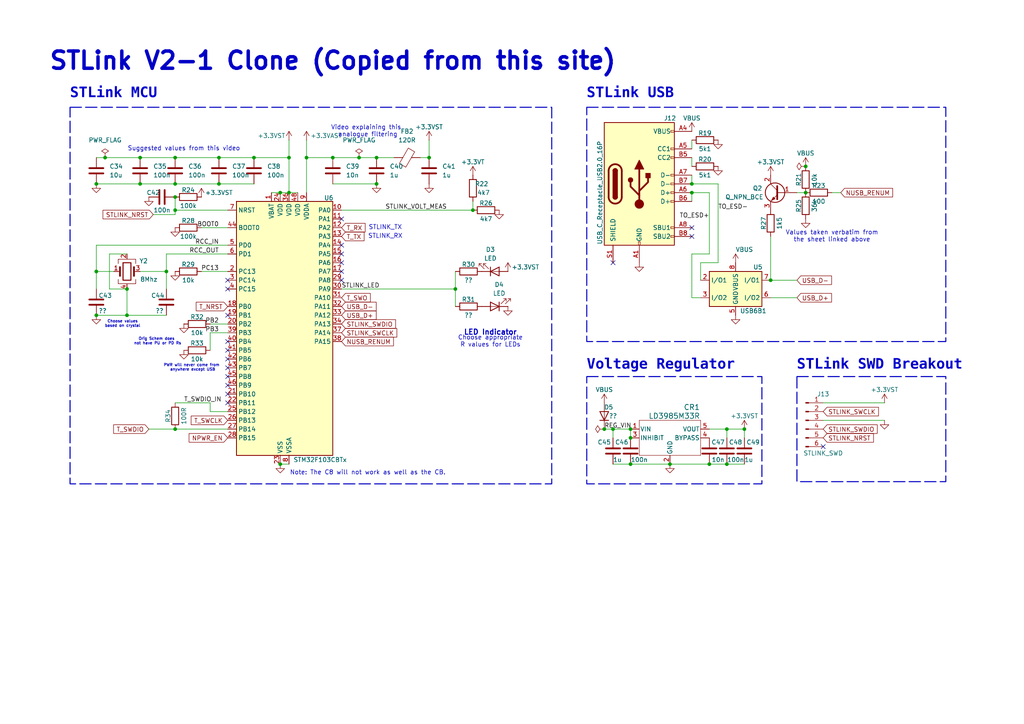
<source format=kicad_sch>
(kicad_sch (version 20231120) (generator "eeschema") (generator_version "8.0")
  (paper "A4")
  (title_block (title "STLink V2-1 Clone") (date "2024-07-12") (rev "0.1") (company "TRT"))
  (lib_symbols
    (symbol "2024-07-13_00-21-46:LD3985M33R" (pin_names (offset 0.254))
      (property "Reference" "CR" (at 14.732 11.176 0))
      (property "Value" "LD3985M33R" (at 16.764 -1.524 0))
      (symbol "LD3985M33R_0_1"
        (polyline (pts (xy 0 0) (xy 17.78 0)) (stroke (width 0.127)))
        (polyline (pts (xy 0 10.16) (xy 0 0)) (stroke (width 0.127)))
        (polyline (pts (xy 17.78 0) (xy 17.78 10.16)) (stroke (width 0.127)))
        (polyline (pts (xy 17.78 10.16) (xy 0 10.16)) (stroke (width 0.127)))
        (pin power_in line (at -2.54 7.62 0) (length 2.54) (name "VIN") (number "1"))
        (pin power_out line (at 8.89 -2.54 90) (length 2.54) (name "GND") (number "2"))
        (pin input line (at -2.54 5.08 0) (length 2.54) (name "INHIBIT") (number "3"))
      )
      (symbol "LD3985M33R_1_1"
        (pin passive line (at 20.32 5.08 180) (length 2.54) (name "BYPASS") (number "4"))
        (pin power_in line (at 20.32 7.62 180) (length 2.54) (name "VOUT") (number "5"))
      )
    )
    (symbol "Connector:Conn_01x06_Pin" (pin_names (offset 1.016) hide)
      (property "Reference" "J" (at 0 7.62 0))
      (property "Value" "Conn_01x06_Pin" (at 0 -10.16 0))
      (symbol "Conn_01x06_Pin_1_1"
        (polyline (pts (xy 1.27 -7.62) (xy 0.8636 -7.62)) (stroke (width 0.1524)))
        (polyline (pts (xy 1.27 -5.08) (xy 0.8636 -5.08)) (stroke (width 0.1524)))
        (polyline (pts (xy 1.27 -2.54) (xy 0.8636 -2.54)) (stroke (width 0.1524)))
        (polyline (pts (xy 1.27 0) (xy 0.8636 0)) (stroke (width 0.1524)))
        (polyline (pts (xy 1.27 2.54) (xy 0.8636 2.54)) (stroke (width 0.1524)))
        (polyline (pts (xy 1.27 5.08) (xy 0.8636 5.08)) (stroke (width 0.1524)))
        (rectangle (start 0.8636 -7.493) (end 0 -7.747) (stroke (width 0.1524)) (fill (type outline)))
        (rectangle (start 0.8636 -4.953) (end 0 -5.207) (stroke (width 0.1524)) (fill (type outline)))
        (rectangle (start 0.8636 -2.413) (end 0 -2.667) (stroke (width 0.1524)) (fill (type outline)))
        (rectangle (start 0.8636 0.127) (end 0 -0.127) (stroke (width 0.1524)) (fill (type outline)))
        (rectangle (start 0.8636 2.667) (end 0 2.413) (stroke (width 0.1524)) (fill (type outline)))
        (rectangle (start 0.8636 5.207) (end 0 4.953) (stroke (width 0.1524)) (fill (type outline)))
        (pin passive line (at 5.08 5.08 180) (length 3.81) (name "Pin_1") (number "1"))
        (pin passive line (at 5.08 2.54 180) (length 3.81) (name "Pin_2") (number "2"))
        (pin passive line (at 5.08 0 180) (length 3.81) (name "Pin_3") (number "3"))
        (pin passive line (at 5.08 -2.54 180) (length 3.81) (name "Pin_4") (number "4"))
        (pin passive line (at 5.08 -5.08 180) (length 3.81) (name "Pin_5") (number "5"))
        (pin passive line (at 5.08 -7.62 180) (length 3.81) (name "Pin_6") (number "6"))
      )
    )
    (symbol "Connector:USB_C_Receptacle_USB2.0_16P" (pin_names (offset 1.016))
      (property "Reference" "J" (at 0 22.225 0))
      (property "Value" "USB_C_Receptacle_USB2.0_16P" (at 0 19.685 0))
      (symbol "USB_C_Receptacle_USB2.0_16P_0_0"
        (rectangle (start -0.254 -17.78) (end 0.254 -16.764))
        (rectangle (start 10.16 -14.986) (end 9.144 -15.494))
        (rectangle (start 10.16 -12.446) (end 9.144 -12.954))
        (rectangle (start 10.16 -4.826) (end 9.144 -5.334))
        (rectangle (start 10.16 -2.286) (end 9.144 -2.794))
        (rectangle (start 10.16 0.254) (end 9.144 -0.254))
        (rectangle (start 10.16 2.794) (end 9.144 2.286))
        (rectangle (start 10.16 7.874) (end 9.144 7.366))
        (rectangle (start 10.16 10.414) (end 9.144 9.906))
        (rectangle (start 10.16 15.494) (end 9.144 14.986))
      )
      (symbol "USB_C_Receptacle_USB2.0_16P_0_1"
        (rectangle (start -10.16 17.78) (end 10.16 -17.78) (stroke (width 0.254)) (fill (type background)))
        (arc (start -8.89 -3.81) (mid -6.985 -5.7067) (end -5.08 -3.81) (stroke (width 0.508)))
        (arc (start -7.62 -3.81) (mid -6.985 -4.4423) (end -6.35 -3.81) (stroke (width 0.254)))
        (arc (start -7.62 -3.81) (mid -6.985 -4.4423) (end -6.35 -3.81) (stroke (width 0.254)) (fill (type outline)))
        (rectangle (start -7.62 -3.81) (end -6.35 3.81) (stroke (width 0.254)) (fill (type outline)))
        (arc (start -6.35 3.81) (mid -6.985 4.4423) (end -7.62 3.81) (stroke (width 0.254)))
        (arc (start -6.35 3.81) (mid -6.985 4.4423) (end -7.62 3.81) (stroke (width 0.254)) (fill (type outline)))
        (arc (start -5.08 3.81) (mid -6.985 5.7067) (end -8.89 3.81) (stroke (width 0.508)))
        (circle (center -2.54 1.143) (radius 0.635) (stroke (width 0.254)) (fill (type outline)))
        (circle (center 0 -5.842) (radius 1.27) (fill (type outline)))
        (polyline (pts (xy -8.89 -3.81) (xy -8.89 3.81)) (stroke (width 0.508)))
        (polyline (pts (xy -5.08 3.81) (xy -5.08 -3.81)) (stroke (width 0.508)))
        (polyline (pts (xy 0 -5.842) (xy 0 4.318)) (stroke (width 0.508)))
        (polyline (pts (xy 0 -3.302) (xy -2.54 -0.762) (xy -2.54 0.508)) (stroke (width 0.508)))
        (polyline (pts (xy 0 -2.032) (xy 2.54 0.508) (xy 2.54 1.778)) (stroke (width 0.508)))
        (polyline (pts (xy -1.27 4.318) (xy 0 6.858) (xy 1.27 4.318) (xy -1.27 4.318)) (stroke (width 0.254)) (fill (type outline)))
        (rectangle (start 1.905 1.778) (end 3.175 3.048) (stroke (width 0.254)) (fill (type outline)))
      )
      (symbol "USB_C_Receptacle_USB2.0_16P_1_1"
        (pin passive line (at 0 -22.86 90) (length 5.08) (name "GND") (number "A1"))
        (pin passive line (at 0 -22.86 90) (length 5.08) hide (name "GND") (number "A12"))
        (pin passive line (at 15.24 15.24 180) (length 5.08) (name "VBUS") (number "A4"))
        (pin bidirectional line (at 15.24 10.16 180) (length 5.08) (name "CC1") (number "A5"))
        (pin bidirectional line (at 15.24 -2.54 180) (length 5.08) (name "D+") (number "A6"))
        (pin bidirectional line (at 15.24 2.54 180) (length 5.08) (name "D-") (number "A7"))
        (pin bidirectional line (at 15.24 -12.7 180) (length 5.08) (name "SBU1") (number "A8"))
        (pin passive line (at 15.24 15.24 180) (length 5.08) hide (name "VBUS") (number "A9"))
        (pin passive line (at 0 -22.86 90) (length 5.08) hide (name "GND") (number "B1"))
        (pin passive line (at 0 -22.86 90) (length 5.08) hide (name "GND") (number "B12"))
        (pin passive line (at 15.24 15.24 180) (length 5.08) hide (name "VBUS") (number "B4"))
        (pin bidirectional line (at 15.24 7.62 180) (length 5.08) (name "CC2") (number "B5"))
        (pin bidirectional line (at 15.24 -5.08 180) (length 5.08) (name "D+") (number "B6"))
        (pin bidirectional line (at 15.24 0 180) (length 5.08) (name "D-") (number "B7"))
        (pin bidirectional line (at 15.24 -15.24 180) (length 5.08) (name "SBU2") (number "B8"))
        (pin passive line (at 15.24 15.24 180) (length 5.08) hide (name "VBUS") (number "B9"))
        (pin passive line (at -7.62 -22.86 90) (length 5.08) (name "SHIELD") (number "S1"))
      )
    )
    (symbol "Device:C" (pin_numbers hide) (pin_names (offset 0.254))
      (property "Reference" "C" (at 0.635 2.54 0))
      (property "Value" "C" (at 0.635 -2.54 0))
      (symbol "C_0_1"
        (polyline (pts (xy -2.032 -0.762) (xy 2.032 -0.762)) (stroke (width 0.508)))
        (polyline (pts (xy -2.032 0.762) (xy 2.032 0.762)) (stroke (width 0.508)))
      )
      (symbol "C_1_1"
        (pin passive line (at 0 3.81 270) (length 2.794) (name "~") (number "1"))
        (pin passive line (at 0 -3.81 90) (length 2.794) (name "~") (number "2"))
      )
    )
    (symbol "Device:Crystal_GND24" (pin_names (offset 1.016) hide)
      (property "Reference" "Y" (at 3.175 5.08 0))
      (property "Value" "Crystal_GND24" (at 3.175 3.175 0))
      (symbol "Crystal_GND24_0_1"
        (rectangle (start -1.143 2.54) (end 1.143 -2.54) (stroke (width 0.3048)))
        (polyline (pts (xy -2.54 0) (xy -2.032 0)))
        (polyline (pts (xy -2.032 -1.27) (xy -2.032 1.27)) (stroke (width 0.508)))
        (polyline (pts (xy 0 -3.81) (xy 0 -3.556)))
        (polyline (pts (xy 0 3.556) (xy 0 3.81)))
        (polyline (pts (xy 2.032 -1.27) (xy 2.032 1.27)) (stroke (width 0.508)))
        (polyline (pts (xy 2.032 0) (xy 2.54 0)))
        (polyline (pts (xy -2.54 -2.286) (xy -2.54 -3.556) (xy 2.54 -3.556) (xy 2.54 -2.286)))
        (polyline (pts (xy -2.54 2.286) (xy -2.54 3.556) (xy 2.54 3.556) (xy 2.54 2.286)))
      )
      (symbol "Crystal_GND24_1_1"
        (pin passive line (at -3.81 0 0) (length 1.27) (name "1") (number "1"))
        (pin passive line (at 0 5.08 270) (length 1.27) (name "2") (number "2"))
        (pin passive line (at 3.81 0 180) (length 1.27) (name "3") (number "3"))
        (pin passive line (at 0 -5.08 90) (length 1.27) (name "4") (number "4"))
      )
    )
    (symbol "Device:D" (pin_numbers hide) (pin_names (offset 1.016) hide)
      (property "Reference" "D" (at 0 2.54 0))
      (property "Value" "D" (at 0 -2.54 0))
      (symbol "D_0_1"
        (polyline (pts (xy -1.27 1.27) (xy -1.27 -1.27)) (stroke (width 0.254)))
        (polyline (pts (xy 1.27 0) (xy -1.27 0)))
        (polyline (pts (xy 1.27 1.27) (xy 1.27 -1.27) (xy -1.27 0) (xy 1.27 1.27)) (stroke (width 0.254)))
      )
      (symbol "D_1_1"
        (pin passive line (at -3.81 0 0) (length 2.54) (name "K") (number "1"))
        (pin passive line (at 3.81 0 180) (length 2.54) (name "A") (number "2"))
      )
    )
    (symbol "Device:FerriteBead" (pin_numbers hide) (pin_names (offset 0))
      (property "Reference" "FB" (at -3.81 0.635 90))
      (property "Value" "FerriteBead" (at 3.81 0 90))
      (symbol "FerriteBead_0_1"
        (polyline (pts (xy 0 -1.27) (xy 0 -1.2192)))
        (polyline (pts (xy 0 1.27) (xy 0 1.2954)))
        (polyline (pts (xy -2.7686 0.4064) (xy -1.7018 2.2606) (xy 2.7686 -0.3048) (xy 1.6764 -2.159) (xy -2.7686 0.4064)))
      )
      (symbol "FerriteBead_1_1"
        (pin passive line (at 0 3.81 270) (length 2.54) (name "~") (number "1"))
        (pin passive line (at 0 -3.81 90) (length 2.54) (name "~") (number "2"))
      )
    )
    (symbol "Device:LED" (pin_numbers hide) (pin_names (offset 1.016) hide)
      (property "Reference" "D" (at 0 2.54 0))
      (property "Value" "LED" (at 0 -2.54 0))
      (symbol "LED_0_1"
        (polyline (pts (xy -1.27 -1.27) (xy -1.27 1.27)) (stroke (width 0.254)))
        (polyline (pts (xy -1.27 0) (xy 1.27 0)))
        (polyline (pts (xy 1.27 -1.27) (xy 1.27 1.27) (xy -1.27 0) (xy 1.27 -1.27)) (stroke (width 0.254)))
        (polyline (pts (xy -3.048 -0.762) (xy -4.572 -2.286) (xy -3.81 -2.286) (xy -4.572 -2.286) (xy -4.572 -1.524)))
        (polyline (pts (xy -1.778 -0.762) (xy -3.302 -2.286) (xy -2.54 -2.286) (xy -3.302 -2.286) (xy -3.302 -1.524)))
      )
      (symbol "LED_1_1"
        (pin passive line (at -3.81 0 0) (length 2.54) (name "K") (number "1"))
        (pin passive line (at 3.81 0 180) (length 2.54) (name "A") (number "2"))
      )
    )
    (symbol "Device:Q_NPN_BCE" (pin_names (offset 0) hide)
      (property "Reference" "Q" (at 5.08 1.27 0))
      (property "Value" "Q_NPN_BCE" (at 5.08 -1.27 0))
      (symbol "Q_NPN_BCE_0_1"
        (polyline (pts (xy 0.635 0.635) (xy 2.54 2.54)))
        (polyline (pts (xy 0.635 -0.635) (xy 2.54 -2.54) (xy 2.54 -2.54)))
        (polyline (pts (xy 0.635 1.905) (xy 0.635 -1.905) (xy 0.635 -1.905)) (stroke (width 0.508)))
        (polyline (pts (xy 1.27 -1.778) (xy 1.778 -1.27) (xy 2.286 -2.286) (xy 1.27 -1.778) (xy 1.27 -1.778)) (fill (type outline)))
        (circle (center 1.27 0) (radius 2.8194) (stroke (width 0.254)))
      )
      (symbol "Q_NPN_BCE_1_1"
        (pin input line (at -5.08 0 0) (length 5.715) (name "B") (number "1"))
        (pin passive line (at 2.54 5.08 270) (length 2.54) (name "C") (number "2"))
        (pin passive line (at 2.54 -5.08 90) (length 2.54) (name "E") (number "3"))
      )
    )
    (symbol "Device:R" (pin_numbers hide) (pin_names (offset 0))
      (property "Reference" "R" (at 2.032 0 90))
      (property "Value" "R" (at 0 0 90))
      (symbol "R_0_1"
        (rectangle (start -1.016 -2.54) (end 1.016 2.54) (stroke (width 0.254)))
      )
      (symbol "R_1_1"
        (pin passive line (at 0 3.81 270) (length 1.27) (name "~") (number "1"))
        (pin passive line (at 0 -3.81 90) (length 1.27) (name "~") (number "2"))
      )
    )
    (symbol "MCU_ST_STM32F1:STM32F103CBTx"
      (property "Reference" "U" (at -12.7 39.37 0))
      (property "Value" "STM32F103CBTx" (at 10.16 39.37 0))
      (symbol "STM32F103CBTx_0_1"
        (rectangle (start -12.7 -35.56) (end 15.24 38.1) (stroke (width 0.254)) (fill (type background)))
      )
      (symbol "STM32F103CBTx_1_1"
        (pin power_in line (at -2.54 40.64 270) (length 2.54) (name "VBAT") (number "1"))
        (pin bidirectional line (at 17.78 35.56 180) (length 2.54) (name "PA0") (number "10"))
        (pin bidirectional line (at 17.78 33.02 180) (length 2.54) (name "PA1") (number "11"))
        (pin bidirectional line (at 17.78 30.48 180) (length 2.54) (name "PA2") (number "12"))
        (pin bidirectional line (at 17.78 27.94 180) (length 2.54) (name "PA3") (number "13"))
        (pin bidirectional line (at 17.78 25.4 180) (length 2.54) (name "PA4") (number "14"))
        (pin bidirectional line (at 17.78 22.86 180) (length 2.54) (name "PA5") (number "15"))
        (pin bidirectional line (at 17.78 20.32 180) (length 2.54) (name "PA6") (number "16"))
        (pin bidirectional line (at 17.78 17.78 180) (length 2.54) (name "PA7") (number "17"))
        (pin bidirectional line (at -15.24 7.62 0) (length 2.54) (name "PB0") (number "18"))
        (pin bidirectional line (at -15.24 5.08 0) (length 2.54) (name "PB1") (number "19"))
        (pin bidirectional line (at -15.24 17.78 0) (length 2.54) (name "PC13") (number "2"))
        (pin bidirectional line (at -15.24 2.54 0) (length 2.54) (name "PB2") (number "20"))
        (pin bidirectional line (at -15.24 -17.78 0) (length 2.54) (name "PB10") (number "21"))
        (pin bidirectional line (at -15.24 -20.32 0) (length 2.54) (name "PB11") (number "22"))
        (pin power_in line (at 0 -38.1 90) (length 2.54) (name "VSS") (number "23"))
        (pin power_in line (at 0 40.64 270) (length 2.54) (name "VDD") (number "24"))
        (pin bidirectional line (at -15.24 -22.86 0) (length 2.54) (name "PB12") (number "25"))
        (pin bidirectional line (at -15.24 -25.4 0) (length 2.54) (name "PB13") (number "26"))
        (pin bidirectional line (at -15.24 -27.94 0) (length 2.54) (name "PB14") (number "27"))
        (pin bidirectional line (at -15.24 -30.48 0) (length 2.54) (name "PB15") (number "28"))
        (pin bidirectional line (at 17.78 15.24 180) (length 2.54) (name "PA8") (number "29"))
        (pin bidirectional line (at -15.24 15.24 0) (length 2.54) (name "PC14") (number "3"))
        (pin bidirectional line (at 17.78 12.7 180) (length 2.54) (name "PA9") (number "30"))
        (pin bidirectional line (at 17.78 10.16 180) (length 2.54) (name "PA10") (number "31"))
        (pin bidirectional line (at 17.78 7.62 180) (length 2.54) (name "PA11") (number "32"))
        (pin bidirectional line (at 17.78 5.08 180) (length 2.54) (name "PA12") (number "33"))
        (pin bidirectional line (at 17.78 2.54 180) (length 2.54) (name "PA13") (number "34"))
        (pin passive line (at 0 -38.1 90) (length 2.54) hide (name "VSS") (number "35"))
        (pin power_in line (at 2.54 40.64 270) (length 2.54) (name "VDD") (number "36"))
        (pin bidirectional line (at 17.78 0 180) (length 2.54) (name "PA14") (number "37"))
        (pin bidirectional line (at 17.78 -2.54 180) (length 2.54) (name "PA15") (number "38"))
        (pin bidirectional line (at -15.24 0 0) (length 2.54) (name "PB3") (number "39"))
        (pin bidirectional line (at -15.24 12.7 0) (length 2.54) (name "PC15") (number "4"))
        (pin bidirectional line (at -15.24 -2.54 0) (length 2.54) (name "PB4") (number "40"))
        (pin bidirectional line (at -15.24 -5.08 0) (length 2.54) (name "PB5") (number "41"))
        (pin bidirectional line (at -15.24 -7.62 0) (length 2.54) (name "PB6") (number "42"))
        (pin bidirectional line (at -15.24 -10.16 0) (length 2.54) (name "PB7") (number "43"))
        (pin input line (at -15.24 30.48 0) (length 2.54) (name "BOOT0") (number "44"))
        (pin bidirectional line (at -15.24 -12.7 0) (length 2.54) (name "PB8") (number "45"))
        (pin bidirectional line (at -15.24 -15.24 0) (length 2.54) (name "PB9") (number "46"))
        (pin passive line (at 0 -38.1 90) (length 2.54) hide (name "VSS") (number "47"))
        (pin power_in line (at 5.08 40.64 270) (length 2.54) (name "VDD") (number "48"))
        (pin bidirectional line (at -15.24 25.4 0) (length 2.54) (name "PD0") (number "5"))
        (pin bidirectional line (at -15.24 22.86 0) (length 2.54) (name "PD1") (number "6"))
        (pin input line (at -15.24 35.56 0) (length 2.54) (name "NRST") (number "7"))
        (pin power_in line (at 2.54 -38.1 90) (length 2.54) (name "VSSA") (number "8"))
        (pin power_in line (at 7.62 40.64 270) (length 2.54) (name "VDDA") (number "9"))
      )
    )
    (symbol "Power_Protection:USB6B1"
      (property "Reference" "U" (at 6.35 6.35 0))
      (property "Value" "USB6B1" (at 5.08 -6.35 0))
      (symbol "USB6B1_0_1"
        (rectangle (start -7.62 -5.08) (end 7.62 5.08) (stroke (width 0.254)) (fill (type background)))
      )
      (symbol "USB6B1_1_1"
        (pin passive line (at 0 7.62 270) (length 2.54) hide (name "VBUS") (number "1"))
        (pin passive line (at -10.16 2.54 0) (length 2.54) (name "I/O1") (number "2"))
        (pin passive line (at -10.16 -2.54 0) (length 2.54) (name "I/O2") (number "3"))
        (pin passive line (at 0 -7.62 90) (length 2.54) hide (name "GND") (number "4"))
        (pin passive line (at 0 -7.62 90) (length 2.54) (name "GND") (number "5"))
        (pin passive line (at 10.16 -2.54 180) (length 2.54) (name "I/O2") (number "6"))
        (pin passive line (at 10.16 2.54 180) (length 2.54) (name "I/O1") (number "7"))
        (pin passive line (at 0 7.62 270) (length 2.54) (name "VBUS") (number "8"))
      )
    )
    (symbol "power:+3.3V" (power) (pin_numbers hide) (pin_names (offset 0) hide)
      (property "Value" "+3.3V" (at 0 3.556 0))
      (symbol "+3.3V_0_1"
        (polyline (pts (xy -0.762 1.27) (xy 0 2.54)))
        (polyline (pts (xy 0 0) (xy 0 2.54)))
        (polyline (pts (xy 0 2.54) (xy 0.762 1.27)))
      )
      (symbol "+3.3V_1_1"
        (pin power_in line (at 0 0 90) (length 0) (name "~") (number "1"))
      )
    )
    (symbol "power:+3.3VA" (power) (pin_numbers hide) (pin_names (offset 0) hide)
      (property "Value" "+3.3VA" (at 0 3.556 0))
      (symbol "+3.3VA_0_1"
        (polyline (pts (xy -0.762 1.27) (xy 0 2.54)))
        (polyline (pts (xy 0 0) (xy 0 2.54)))
        (polyline (pts (xy 0 2.54) (xy 0.762 1.27)))
      )
      (symbol "+3.3VA_1_1"
        (pin power_in line (at 0 0 90) (length 0) (name "~") (number "1"))
      )
    )
    (symbol "power:GND" (power) (pin_numbers hide) (pin_names (offset 0) hide)
      (property "Value" "GND" (at 0 -3.81 0))
      (symbol "GND_0_1"
        (polyline (pts (xy 0 0) (xy 0 -1.27) (xy 1.27 -1.27) (xy 0 -2.54) (xy -1.27 -1.27) (xy 0 -1.27)))
      )
      (symbol "GND_1_1"
        (pin power_in line (at 0 0 270) (length 0) (name "~") (number "1"))
      )
    )
    (symbol "power:PWR_FLAG" (power) (pin_numbers hide) (pin_names (offset 0) hide)
      (property "Value" "PWR_FLAG" (at 0 3.81 0))
      (symbol "PWR_FLAG_0_0"
        (pin power_out line (at 0 0 90) (length 0) (name "~") (number "1"))
      )
      (symbol "PWR_FLAG_0_1"
        (polyline (pts (xy 0 0) (xy 0 1.27) (xy -1.016 1.905) (xy 0 2.54) (xy 1.016 1.905) (xy 0 1.27)))
      )
    )
    (symbol "power:VBUS" (power) (pin_numbers hide) (pin_names (offset 0) hide)
      (property "Value" "VBUS" (at 0 3.556 0))
      (symbol "VBUS_0_1"
        (polyline (pts (xy -0.762 1.27) (xy 0 2.54)))
        (polyline (pts (xy 0 0) (xy 0 2.54)))
        (polyline (pts (xy 0 2.54) (xy 0.762 1.27)))
      )
      (symbol "VBUS_1_1"
        (pin power_in line (at 0 0 90) (length 0) (name "~") (number "1"))
      )
    )
  )
  (junction (at 233.68 48.26))
  (junction (at 132.08 83.82))
  (junction (at 50.8 53.34))
  (junction (at 27.94 53.34))
  (junction (at 210.82 134.62))
  (junction (at 200.66 55.88))
  (junction (at 96.52 45.72))
  (junction (at 50.8 124.46))
  (junction (at 177.8 124.46))
  (junction (at 88.9 45.72))
  (junction (at 109.22 45.72))
  (junction (at 27.94 91.44))
  (junction (at 83.82 45.72))
  (junction (at 63.5 45.72))
  (junction (at 137.16 60.96))
  (junction (at 109.22 53.34))
  (junction (at 200.66 53.34))
  (junction (at 63.5 53.34))
  (junction (at 194.31 134.62))
  (junction (at 205.74 134.62))
  (junction (at 233.68 55.88))
  (junction (at 36.83 91.44))
  (junction (at 48.26 78.74))
  (junction (at 36.83 83.82))
  (junction (at 27.94 78.74))
  (junction (at 83.82 55.88))
  (junction (at 73.66 45.72))
  (junction (at 175.26 124.46))
  (junction (at 104.14 45.72))
  (junction (at 210.82 124.46))
  (junction (at 30.48 45.72))
  (junction (at 182.88 124.46))
  (junction (at 40.64 45.72))
  (junction (at 124.46 45.72))
  (junction (at 223.52 81.28))
  (junction (at 81.28 134.62))
  (junction (at 182.88 127))
  (junction (at 50.8 57.15))
  (junction (at 215.9 124.46))
  (junction (at 50.8 60.96))
  (junction (at 50.8 45.72))
  (junction (at 81.28 55.88))
  (junction (at 40.64 53.34))
  (junction (at 182.88 134.62))
  (no_connect (at 66.04 114.3))
  (no_connect (at 66.04 109.22))
  (no_connect (at 66.04 101.6))
  (no_connect (at 66.04 83.82))
  (no_connect (at 238.76 129.54))
  (no_connect (at 66.04 91.44))
  (no_connect (at 200.66 68.58))
  (no_connect (at 99.06 73.66))
  (no_connect (at 66.04 81.28))
  (no_connect (at 66.04 99.06))
  (no_connect (at 99.06 81.28))
  (no_connect (at 200.66 66.04))
  (no_connect (at 66.04 106.68))
  (no_connect (at 66.04 111.76))
  (no_connect (at 99.06 63.5))
  (no_connect (at 99.06 71.12))
  (no_connect (at 99.06 76.2))
  (no_connect (at 66.04 116.84))
  (no_connect (at 177.8 76.2))
  (no_connect (at 99.06 78.74))
  (no_connect (at 66.04 104.14))
  (wire (pts (xy 81.28 55.88) (xy 78.74 55.88)))
  (wire (pts (xy 43.18 124.46) (xy 50.8 124.46)))
  (wire (pts (xy 60.96 96.52) (xy 60.96 101.6)))
  (wire (pts (xy 60.96 119.38) (xy 66.04 119.38)))
  (wire (pts (xy 200.66 53.34) (xy 208.28 53.34)))
  (wire (pts (xy 63.5 53.34) (xy 73.66 53.34)))
  (wire (pts (xy 175.26 124.46) (xy 177.8 124.46)))
  (wire (pts (xy 210.82 124.46) (xy 210.82 127)))
  (wire (pts (xy 60.96 93.98) (xy 66.04 93.98)))
  (wire (pts (xy 40.64 53.34) (xy 50.8 53.34)))
  (wire (pts (xy 88.9 40.64) (xy 88.9 45.72)))
  (wire (pts (xy 99.06 83.82) (xy 132.08 83.82)))
  (wire (pts (xy 177.8 124.46) (xy 177.8 127)))
  (wire (pts (xy 200.66 40.64) (xy 200.66 43.18)))
  (wire (pts (xy 36.83 73.66) (xy 31.75 73.66)))
  (wire (pts (xy 109.22 45.72) (xy 104.14 45.72)))
  (wire (pts (xy 200.66 73.66) (xy 200.66 86.36)))
  (wire (pts (xy 210.82 134.62) (xy 205.74 134.62)))
  (wire (pts (xy 215.9 124.46) (xy 215.9 127)))
  (wire (pts (xy 36.83 91.44) (xy 48.26 91.44)))
  (wire (pts (xy 81.28 134.62) (xy 83.82 134.62)))
  (wire (pts (xy 50.8 60.96) (xy 66.04 60.96)))
  (wire (pts (xy 132.08 78.74) (xy 132.08 83.82)))
  (wire (pts (xy 44.45 62.23) (xy 50.8 62.23)))
  (wire (pts (xy 48.26 73.66) (xy 66.04 73.66)))
  (wire (pts (xy 27.94 78.74) (xy 27.94 83.82)))
  (wire (pts (xy 223.52 86.36) (xy 231.14 86.36)))
  (wire (pts (xy 40.64 45.72) (xy 50.8 45.72)))
  (wire (pts (xy 83.82 55.88) (xy 81.28 55.88)))
  (wire (pts (xy 50.8 57.15) (xy 50.8 60.96)))
  (wire (pts (xy 210.82 124.46) (xy 215.9 124.46)))
  (wire (pts (xy 200.66 86.36) (xy 203.2 86.36)))
  (wire (pts (xy 200.66 50.8) (xy 200.66 53.34)))
  (wire (pts (xy 50.8 60.96) (xy 50.8 62.23)))
  (wire (pts (xy 50.8 53.34) (xy 63.5 53.34)))
  (wire (pts (xy 50.8 116.84) (xy 60.96 116.84)))
  (wire (pts (xy 124.46 40.64) (xy 124.46 45.72)))
  (wire (pts (xy 27.94 71.12) (xy 66.04 71.12)))
  (wire (pts (xy 137.16 58.42) (xy 137.16 60.96)))
  (wire (pts (xy 205.74 55.88) (xy 205.74 73.66)))
  (wire (pts (xy 132.08 83.82) (xy 132.08 88.9)))
  (wire (pts (xy 182.88 134.62) (xy 194.31 134.62)))
  (wire (pts (xy 83.82 45.72) (xy 83.82 55.88)))
  (wire (pts (xy 30.48 45.72) (xy 27.94 45.72)))
  (wire (pts (xy 40.64 78.74) (xy 48.26 78.74)))
  (wire (pts (xy 27.94 53.34) (xy 40.64 53.34)))
  (wire (pts (xy 99.06 60.96) (xy 137.16 60.96)))
  (wire (pts (xy 96.52 53.34) (xy 109.22 53.34)))
  (wire (pts (xy 208.28 76.2) (xy 203.2 76.2)))
  (wire (pts (xy 48.26 78.74) (xy 48.26 83.82)))
  (wire (pts (xy 200.66 48.26) (xy 200.66 45.72)))
  (wire (pts (xy 83.82 40.64) (xy 83.82 45.72)))
  (wire (pts (xy 66.04 96.52) (xy 60.96 96.52)))
  (wire (pts (xy 60.96 116.84) (xy 60.96 119.38)))
  (wire (pts (xy 83.82 55.88) (xy 86.36 55.88)))
  (wire (pts (xy 121.92 45.72) (xy 124.46 45.72)))
  (wire (pts (xy 27.94 78.74) (xy 33.02 78.74)))
  (wire (pts (xy 50.8 124.46) (xy 66.04 124.46)))
  (wire (pts (xy 241.3 55.88) (xy 243.84 55.88)))
  (wire (pts (xy 66.04 78.74) (xy 58.42 78.74)))
  (wire (pts (xy 58.42 66.04) (xy 66.04 66.04)))
  (wire (pts (xy 31.75 73.66) (xy 31.75 83.82)))
  (wire (pts (xy 205.74 124.46) (xy 210.82 124.46)))
  (wire (pts (xy 215.9 134.62) (xy 210.82 134.62)))
  (wire (pts (xy 96.52 45.72) (xy 104.14 45.72)))
  (wire (pts (xy 223.52 68.58) (xy 223.52 81.28)))
  (wire (pts (xy 27.94 71.12) (xy 27.94 78.74)))
  (wire (pts (xy 50.8 45.72) (xy 63.5 45.72)))
  (wire (pts (xy 177.8 124.46) (xy 182.88 124.46)))
  (wire (pts (xy 200.66 55.88) (xy 200.66 58.42)))
  (wire (pts (xy 88.9 45.72) (xy 96.52 45.72)))
  (wire (pts (xy 238.76 121.92) (xy 256.54 121.92)))
  (wire (pts (xy 73.66 45.72) (xy 83.82 45.72)))
  (wire (pts (xy 63.5 45.72) (xy 73.66 45.72)))
  (wire (pts (xy 238.76 116.84) (xy 256.54 116.84)))
  (wire (pts (xy 194.31 134.62) (xy 205.74 134.62)))
  (wire (pts (xy 203.2 76.2) (xy 203.2 81.28)))
  (wire (pts (xy 88.9 45.72) (xy 88.9 55.88)))
  (wire (pts (xy 205.74 73.66) (xy 200.66 73.66)))
  (wire (pts (xy 200.66 55.88) (xy 205.74 55.88)))
  (wire (pts (xy 231.14 55.88) (xy 233.68 55.88)))
  (wire (pts (xy 208.28 53.34) (xy 208.28 76.2)))
  (wire (pts (xy 182.88 124.46) (xy 182.88 127)))
  (wire (pts (xy 31.75 83.82) (xy 36.83 83.82)))
  (wire (pts (xy 223.52 81.28) (xy 231.14 81.28)))
  (wire (pts (xy 36.83 83.82) (xy 36.83 91.44)))
  (wire (pts (xy 177.8 134.62) (xy 182.88 134.62)))
  (wire (pts (xy 30.48 45.72) (xy 40.64 45.72)))
  (wire (pts (xy 48.26 73.66) (xy 48.26 78.74)))
  (wire (pts (xy 36.83 91.44) (xy 27.94 91.44)))
  (wire (pts (xy 109.22 45.72) (xy 114.3 45.72)))
  (rectangle (start 170.18 31.115) (end 274.32 99.06) (stroke (width 0.3) (type dash)))
  (rectangle (start 231.14 109.22) (end 274.32 139.7) (stroke (width 0.3) (type dash)))
  (rectangle (start 20.32 31.115) (end 160.02 140.335) (stroke (width 0.3) (type dash)))
  (rectangle (start 170.18 109.22) (end 220.98 140.335) (stroke (width 0.3) (type dash)))
  (text "PWR will never come from \nanywhere except USB" (at 55.88 106.68 0) (effects (font (size 0.8 0.8))))
  (text "STLINK_TX" (at 111.76 66.04 0) (effects (font (size 1.27 1.27))))
  (text "STLink V2-1 Clone (Copied from this site)" (at 96.52 17.78 0) (effects (font (size 5 5) (thickness 1) (bold yes))))
  (text "LED Indicator" (at 142.24 96.52 0) (effects (font (size 1.5 1.5) (thickness 0.3) (bold yes))))
  (text "Orig Schem does \nnot have PU or PD Rs" (at 45.72 99.06 0) (effects (font (size 0.8 0.8))))
  (text "Values taken verbatim from\nthe sheet linked above" (at 241.3 68.58 0) (effects (font (size 1.27 1.27))))
  (text "STLink USB" (at 170.18 27.94 0) (effects (font (size 3 3) (thickness 1) (bold yes)) (justify left)))
  (text "STLINK_RX" (at 111.76 68.58 0) (effects (font (size 1.27 1.27))))
  (text "STLink MCU" (at 20.32 27.94 0) (effects (font (size 3 3) (thickness 1) (bold yes)) (justify left)))
  (text "Note: The C8 will not work as well as the CB." (at 106.68 137.16 0) (effects (font (size 1.27 1.27))))
  (text "STLink SWD Breakout" (at 231.14 106.68 0) (effects (font (size 3 3) (thickness 1) (bold yes)) (justify left)))
  (text "Choose values\nbased on crystal" (at 35.56 93.98 0) (effects (font (size 0.8 0.8))))
  (text "Choose appropriate\nR values for LEDs" (at 142.24 99.06 0) (effects (font (size 1.27 1.27))))
  (text "Video explaining this \nanalogue filtering" (at 106.68 38.1 0) (effects (font (size 1.27 1.27))))
  (text "Suggested values from this video\n" (at 53.34 43.18 0) (effects (font (size 1.27 1.27))))
  (text "Voltage Regulator" (at 170.18 106.68 0) (effects (font (size 3 3) (thickness 1) (bold yes)) (justify left)))
  (label "PB2" (at 63.5 93.98 180))
  (label "BOOT0" (at 63.5 66.04 180))
  (label "TO_ESD+" (at 205.74 63.5 180))
  (label "PC13" (at 63.5 78.74 180))
  (label "REG_VIN" (at 175.26 124.46 0))
  (label "T_SWDIO_IN" (at 53.34 116.84 0))
  (label "RCC_IN" (at 63.5 71.12 180))
  (label "RCC_OUT" (at 63.5 73.66 180))
  (label "STLINK_VOLT_MEAS" (at 111.76 60.96 0))
  (label "TO_ESD-" (at 208.28 60.96 0))
  (label "PB3" (at 63.5 96.52 180))
  (label "STLINK_LED" (at 99.06 83.82 0))
  (global_label "T_NRST" (shape input) (at 66.04 88.9 180) (property "Intersheetrefs" "${INTERSHEET_REFS}" (effects (hide yes))))
  (global_label "T_SWO" (shape input) (at 99.06 86.36 0) (property "Intersheetrefs" "${INTERSHEET_REFS}" (effects (hide yes))))
  (global_label "STLINK_SWCLK" (shape input) (at 99.06 96.52 0) (property "Intersheetrefs" "${INTERSHEET_REFS}" (effects (hide yes))))
  (global_label "USB_D-" (shape input) (at 231.14 81.28 0) (property "Intersheetrefs" "${INTERSHEET_REFS}" (effects (hide yes))))
  (global_label "USB_D+" (shape input) (at 231.14 86.36 0) (property "Intersheetrefs" "${INTERSHEET_REFS}" (effects (hide yes))))
  (global_label "STLINK_NRST" (shape input) (at 44.45 62.23 180) (property "Intersheetrefs" "${INTERSHEET_REFS}" (effects (hide yes))))
  (global_label "STLINK_NRST" (shape input) (at 238.76 127 0) (property "Intersheetrefs" "${INTERSHEET_REFS}" (effects (hide yes))))
  (global_label "NPWR_EN" (shape input) (at 66.04 127 180) (property "Intersheetrefs" "${INTERSHEET_REFS}" (effects (hide yes))))
  (global_label "T_SWDIO" (shape input) (at 43.18 124.46 180) (property "Intersheetrefs" "${INTERSHEET_REFS}" (effects (hide yes))))
  (global_label "STLINK_SWDIO" (shape input) (at 99.06 93.98 0) (property "Intersheetrefs" "${INTERSHEET_REFS}" (effects (hide yes))))
  (global_label "T_TX" (shape input) (at 99.06 68.58 0) (property "Intersheetrefs" "${INTERSHEET_REFS}" (effects (hide yes))))
  (global_label "T_SWCLK" (shape input) (at 66.04 121.92 180) (property "Intersheetrefs" "${INTERSHEET_REFS}" (effects (hide yes))))
  (global_label "T_RX" (shape input) (at 99.06 66.04 0) (property "Intersheetrefs" "${INTERSHEET_REFS}" (effects (hide yes))))
  (global_label "NUSB_RENUM" (shape input) (at 243.84 55.88 0) (property "Intersheetrefs" "${INTERSHEET_REFS}" (effects (hide yes))))
  (global_label "STLINK_SWDIO" (shape input) (at 238.76 124.46 0) (property "Intersheetrefs" "${INTERSHEET_REFS}" (effects (hide yes))))
  (global_label "USB_D+" (shape input) (at 99.06 91.44 0) (property "Intersheetrefs" "${INTERSHEET_REFS}" (effects (hide yes))))
  (global_label "NUSB_RENUM" (shape input) (at 99.06 99.06 0) (property "Intersheetrefs" "${INTERSHEET_REFS}" (effects (hide yes))))
  (global_label "STLINK_SWCLK" (shape input) (at 238.76 119.38 0) (property "Intersheetrefs" "${INTERSHEET_REFS}" (effects (hide yes))))
  (global_label "USB_D-" (shape input) (at 99.06 88.9 0) (property "Intersheetrefs" "${INTERSHEET_REFS}" (effects (hide yes))))
  (symbol (lib_id "power:GND") (at 185.42 76.2 0) (unit 1)
    (property "Reference" "#PWR060" (effects (hide yes)))
    (property "Value" "GND" (effects (hide yes)))
    (property "Description" "Power symbol creates a global label with name \"GND\" , ground" (effects (hide yes)))
  )
  (symbol (lib_id "Device:C") (at 63.5 49.53 0) (unit 1)
    (property "Reference" "C37" (at 67.31 48.2599 0) (effects (justify left)))
    (property "Value" "100n" (at 67.31 50.7999 0) (effects (justify left)))
    (property "Footprint" "Capacitor_SMD:C_0805_2012Metric" (effects (hide yes)))
    (property "Description" "Unpolarized capacitor" (effects (hide yes)))
  )
  (symbol (lib_id "Device:C") (at 73.66 49.53 0) (unit 1)
    (property "Reference" "C38" (at 77.47 48.2599 0) (effects (justify left)))
    (property "Value" "100n" (at 77.47 50.7999 0) (effects (justify left)))
    (property "Footprint" "Capacitor_SMD:C_0805_2012Metric" (effects (hide yes)))
    (property "Description" "Unpolarized capacitor" (effects (hide yes)))
  )
  (symbol (lib_id "power:GND") (at 81.28 134.62 0) (unit 1)
    (property "Reference" "#PWR073" (effects (hide yes)))
    (property "Value" "GND" (effects (hide yes)))
    (property "Description" "Power symbol creates a global label with name \"GND\" , ground" (effects (hide yes)))
  )
  (symbol (lib_id "Device:C") (at 177.8 130.81 0) (unit 1)
    (property "Reference" "C45" (at 175.26 128.27 0))
    (property "Value" "1u" (at 179.07 133.35 0))
    (property "Footprint" "Capacitor_SMD:C_0805_2012Metric" (effects (hide yes)))
    (property "Description" "Unpolarized capacitor" (effects (hide yes)))
  )
  (symbol (lib_id "power:PWR_FLAG") (at 175.26 124.46 90) (unit 1)
    (property "Reference" "#FLG07" (effects (hide yes)))
    (property "Value" "PWR_FLAG" (effects (hide yes)))
    (property "Description" "Special symbol for telling ERC where power comes from" (effects (hide yes)))
  )
  (symbol (lib_id "Device:R") (at 54.61 78.74 90) (mirror x) (unit 1)
    (property "Reference" "R29" (at 54.61 76.708 90))
    (property "Value" "10k" (at 54.61 81.28 90))
    (property "Footprint" "Resistor_SMD:R_0805_2012Metric" (effects (hide yes)))
    (property "Description" "Resistor" (effects (hide yes)))
  )
  (symbol (lib_id "power:+3.3VA") (at 88.9 40.64 0) (unit 1)
    (property "Reference" "#PWR045" (effects (hide yes)))
    (property "Value" "+3.3VAST" (at 94.615 39.37 0))
    (property "Description" "Power symbol creates a global label with name \"+3.3VA\"" (effects (hide yes)))
  )
  (symbol (lib_id "power:GND") (at 109.22 53.34 0) (unit 1)
    (property "Reference" "#PWR053" (effects (hide yes)))
    (property "Value" "GND" (effects (hide yes)))
    (property "Description" "Power symbol creates a global label with name \"GND\" , ground" (effects (hide yes)))
  )
  (symbol (lib_id "Device:R") (at 54.61 66.04 90) (mirror x) (unit 1)
    (property "Reference" "R28" (at 54.61 64.008 90))
    (property "Value" "100k" (at 54.61 68.58 90))
    (property "Footprint" "Resistor_SMD:R_0805_2012Metric" (effects (hide yes)))
    (property "Description" "Resistor" (effects (hide yes)))
  )
  (symbol (lib_id "power:GND") (at 124.46 53.34 0) (unit 1)
    (property "Reference" "#PWR054" (effects (hide yes)))
    (property "Value" "GND" (effects (hide yes)))
    (property "Description" "Power symbol creates a global label with name \"GND\" , ground" (effects (hide yes)))
  )
  (symbol (lib_id "power:VBUS") (at 213.36 76.2 0) (unit 1)
    (property "Reference" "#PWR061" (effects (hide yes)))
    (property "Value" "VBUS" (at 215.9 72.39 0))
    (property "Description" "Power symbol creates a global label with name \"VBUS\"" (effects (hide yes)))
  )
  (symbol (lib_id "power:+3.3V") (at 215.9 124.46 0) (unit 1)
    (property "Reference" "#PWR072" (effects (hide yes)))
    (property "Value" "+3.3VST" (at 215.9 120.65 0))
    (property "Description" "Power symbol creates a global label with name \"+3.3V\"" (effects (hide yes)))
  )
  (symbol (lib_id "MCU_ST_STM32F1:STM32F103CBTx") (at 81.28 96.52 0) (unit 1)
    (property "Reference" "U6" (at 93.98 57.404 0) (effects (justify left)))
    (property "Value" "STM32F103CBTx" (at 85.09 133.35 0) (effects (justify left)))
    (property "Footprint" "Package_QFP:LQFP-48_7x7mm_P0.5mm" (effects (hide yes)))
    (property "Datasheet" "https://www.st.com/resource/en/datasheet/stm32f103cb.pdf" (effects (hide yes)))
    (property "Description" "STMicroelectronics Arm Cortex-M3 MCU, 128KB flash, 20KB RAM, 72 MHz, 2.0-3.6V, 37 GPIO, LQFP48" (effects (hide yes)))
  )
  (symbol (lib_id "Device:R") (at 57.15 101.6 90) (mirror x) (unit 1)
    (property "Reference" "R33" (at 57.15 99.568 90))
    (property "Value" "10k" (at 57.15 104.14 90))
    (property "Footprint" "Resistor_SMD:R_0805_2012Metric" (effects (hide yes)))
    (property "Description" "Resistor" (effects (hide yes)))
  )
  (symbol (lib_id "Connector:USB_C_Receptacle_USB2.0_16P") (at 185.42 53.34 0) (unit 1)
    (property "Reference" "J12" (at 194.31 34.29 0))
    (property "Value" "USB_C_Receptacle_USB2.0_16P" (at 173.99 55.88 90))
    (property "Datasheet" "https://www.usb.org/sites/default/files/documents/usb_type-c.zip" (effects (hide yes)))
    (property "Description" "USB 2.0-only 16P Type-C Receptacle connector" (effects (hide yes)))
  )
  (symbol (lib_id "Device:R") (at 137.16 54.61 0) (mirror x) (unit 1)
    (property "Reference" "R22" (at 139.7 53.34 0))
    (property "Value" "4k7" (at 138.43 55.88 0) (effects (justify left)))
    (property "Footprint" "Resistor_SMD:R_0805_2012Metric" (effects (hide yes)))
    (property "Description" "Resistor" (effects (hide yes)))
  )
  (symbol (lib_id "Power_Protection:USB6B1") (at 213.36 83.82 0) (unit 1)
    (property "Reference" "U5" (at 218.44 77.47 0) (effects (justify left)))
    (property "Value" "USB6B1" (at 214.63 90.17 0) (effects (justify left)))
    (property "Footprint" "Package_SO:SOIC-8_3.9x4.9mm_P1.27mm" (effects (hide yes)))
    (property "Datasheet" "http://www.st.com/content/ccc/resource/technical/document/datasheet/3e/ec/b2/54/b2/76/47/90/CD00001361.pdf/files/CD00001361.pdf/jcr:content/translations/en.CD00001361.pdf" (effects (hide yes)))
    (property "Description" "5V Data line protection" (effects (hide yes)))
  )
  (symbol (lib_id "power:GND") (at 53.34 101.6 0) (unit 1)
    (property "Reference" "#PWR068" (effects (hide yes)))
    (property "Value" "GND" (effects (hide yes)))
    (property "Description" "Power symbol creates a global label with name \"GND\" , ground" (effects (hide yes)))
  )
  (symbol (lib_id "power:+3.3V") (at 147.32 78.74 0) (unit 1)
    (property "Reference" "#PWR063" (effects (hide yes)))
    (property "Value" "+3.3VST" (at 152.4 77.47 0))
    (property "Description" "Power symbol creates a global label with name \"+3.3V\"" (effects (hide yes)))
  )
  (symbol (lib_id "power:VBUS") (at 233.68 48.26 0) (unit 1)
    (property "Reference" "#PWR049" (effects (hide yes)))
    (property "Value" "VBUS" (at 233.68 44.45 0))
    (property "Description" "Power symbol creates a global label with name \"VBUS\"" (effects (hide yes)))
  )
  (symbol (lib_id "Device:C") (at 48.26 87.63 0) (unit 1)
    (property "Reference" "C44" (at 43.815 85.725 0) (effects (justify left)))
    (property "Value" "??" (at 45.085 90.17 0) (effects (justify left)))
    (property "Footprint" "Capacitor_SMD:C_0805_2012Metric" (effects (hide yes)))
    (property "Description" "Unpolarized capacitor" (effects (hide yes)))
  )
  (symbol (lib_id "power:+3.3V") (at 137.16 50.8 0) (unit 1)
    (property "Reference" "#PWR050" (effects (hide yes)))
    (property "Value" "+3.3VT" (at 137.16 46.99 0))
    (property "Description" "Power symbol creates a global label with name \"+3.3V\"" (effects (hide yes)))
  )
  (symbol (lib_id "Device:Crystal_GND24") (at 36.83 78.74 0) (unit 1)
    (property "Reference" "Y2" (at 41.656 75.692 0))
    (property "Value" "8Mhz" (at 43.18 81.026 0))
    (property "Footprint" "Crystal:Crystal_SMD_Abracon_ABM10-4Pin_2.5x2.0mm" (effects (hide yes)))
    (property "Datasheet" "https://www.mouser.com/datasheet/2/3/ABM10AIG-1774860.pdf" (effects (hide yes)))
    (property "Description" "Four pin crystal, GND on pins 2 and 4" (effects (hide yes)))
  )
  (symbol (lib_id "Device:R") (at 50.8 120.65 0) (unit 1)
    (property "Reference" "R34" (at 48.768 120.65 90))
    (property "Value" "100R" (at 53.34 120.65 90))
    (property "Footprint" "Resistor_SMD:R_0805_2012Metric" (effects (hide yes)))
    (property "Description" "Resistor" (effects (hide yes)))
  )
  (symbol (lib_id "power:GND") (at 50.8 66.04 0) (unit 1)
    (property "Reference" "#PWR059" (effects (hide yes)))
    (property "Value" "GND" (effects (hide yes)))
    (property "Description" "Power symbol creates a global label with name \"GND\" , ground" (effects (hide yes)))
  )
  (symbol (lib_id "2024-07-13_00-21-46:LD3985M33R") (at 185.42 132.08 0) (unit 1)
    (property "Reference" "CR1" (at 200.66 118.11 0) (effects (font (size 1.524 1.524))))
    (property "Value" "LD3985M33R" (at 195.58 120.65 0) (effects (font (size 1.524 1.524))))
    (property "Footprint" "SOT23-5L_STM" (effects (hide yes)))
    (property "Datasheet" "LD3985M33R" (effects (hide yes)))
  )
  (symbol (lib_id "Device:C") (at 40.64 49.53 0) (unit 1)
    (property "Reference" "C35" (at 44.45 48.2599 0) (effects (justify left)))
    (property "Value" "100n" (at 44.45 50.7999 0) (effects (justify left)))
    (property "Footprint" "Capacitor_SMD:C_0805_2012Metric" (effects (hide yes)))
    (property "Description" "Unpolarized capacitor" (effects (hide yes)))
  )
  (symbol (lib_id "power:VBUS") (at 175.26 116.84 0) (unit 1)
    (property "Reference" "#PWR069" (effects (hide yes)))
    (property "Value" "VBUS" (at 175.26 113.03 0))
    (property "Description" "Power symbol creates a global label with name \"VBUS\"" (effects (hide yes)))
  )
  (symbol (lib_id "Device:C") (at 50.8 49.53 0) (unit 1)
    (property "Reference" "C36" (at 54.61 48.2599 0) (effects (justify left)))
    (property "Value" "100n" (at 54.61 50.7999 0) (effects (justify left)))
    (property "Footprint" "Capacitor_SMD:C_0805_2012Metric" (effects (hide yes)))
    (property "Description" "Unpolarized capacitor" (effects (hide yes)))
  )
  (symbol (lib_id "Device:C") (at 215.9 130.81 0) (unit 1)
    (property "Reference" "C49" (at 218.44 128.27 0))
    (property "Value" "1u" (at 217.17 133.35 0))
    (property "Footprint" "Capacitor_SMD:C_0805_2012Metric" (effects (hide yes)))
    (property "Description" "Unpolarized capacitor" (effects (hide yes)))
  )
  (symbol (lib_id "Device:R") (at 57.15 93.98 90) (mirror x) (unit 1)
    (property "Reference" "R32" (at 57.15 91.948 90))
    (property "Value" "10k" (at 57.15 96.52 90))
    (property "Footprint" "Resistor_SMD:R_0805_2012Metric" (effects (hide yes)))
    (property "Description" "Resistor" (effects (hide yes)))
  )
  (symbol (lib_id "Device:C") (at 46.99 57.15 270) (unit 1)
    (property "Reference" "C42" (at 44.45 55.88 90))
    (property "Value" "100n" (at 46.99 60.96 90))
    (property "Footprint" "Capacitor_SMD:C_0805_2012Metric" (effects (hide yes)))
    (property "Description" "Unpolarized capacitor" (effects (hide yes)))
  )
  (symbol (lib_id "power:GND") (at 147.32 88.9 0) (unit 1)
    (property "Reference" "#PWR064" (effects (hide yes)))
    (property "Value" "GND" (effects (hide yes)))
    (property "Description" "Power symbol creates a global label with name \"GND\" , ground" (effects (hide yes)))
  )
  (symbol (lib_id "power:PWR_FLAG") (at 104.14 45.72 0) (unit 1)
    (property "Reference" "#FLG05" (effects (hide yes)))
    (property "Value" "PWR_FLAG" (at 104.14 40.64 0))
    (property "Description" "Special symbol for telling ERC where power comes from" (effects (hide yes)))
  )
  (symbol (lib_id "power:GND") (at 50.8 78.74 0) (unit 1)
    (property "Reference" "#PWR062" (effects (hide yes)))
    (property "Value" "GND" (effects (hide yes)))
    (property "Description" "Power symbol creates a global label with name \"GND\" , ground" (effects (hide yes)))
  )
  (symbol (lib_id "Device:Q_NPN_BCE") (at 226.06 55.88 0) (mirror y) (unit 1)
    (property "Reference" "Q2" (at 219.71 54.61 0))
    (property "Value" "Q_NPN_BCE" (at 215.9 57.15 0))
    (property "Description" "NPN transistor, base/collector/emitter" (effects (hide yes)))
  )
  (symbol (lib_id "Device:R") (at 135.89 78.74 270) (unit 1)
    (property "Reference" "R30" (at 135.89 76.708 90))
    (property "Value" "??" (at 135.89 81.28 90))
    (property "Footprint" "Resistor_SMD:R_0805_2012Metric" (effects (hide yes)))
    (property "Description" "Resistor" (effects (hide yes)))
  )
  (symbol (lib_id "power:GND") (at 27.94 53.34 0) (unit 1)
    (property "Reference" "#PWR052" (effects (hide yes)))
    (property "Value" "GND" (effects (hide yes)))
    (property "Description" "Power symbol creates a global label with name \"GND\" , ground" (effects (hide yes)))
  )
  (symbol (lib_id "power:GND") (at 256.54 121.92 0) (unit 1)
    (property "Reference" "#PWR071" (effects (hide yes)))
    (property "Value" "GND" (effects (hide yes)))
    (property "Description" "Power symbol creates a global label with name \"GND\" , ground" (effects (hide yes)))
  )
  (symbol (lib_id "power:GND") (at 27.94 91.44 0) (unit 1)
    (property "Reference" "#PWR065" (effects (hide yes)))
    (property "Value" "GND" (effects (hide yes)))
    (property "Description" "Power symbol creates a global label with name \"GND\" , ground" (effects (hide yes)))
  )
  (symbol (lib_id "Device:C") (at 27.94 87.63 0) (unit 1)
    (property "Reference" "C43" (at 28.575 85.725 0) (effects (justify left)))
    (property "Value" "??" (at 28.575 90.17 0) (effects (justify left)))
    (property "Footprint" "Capacitor_SMD:C_0805_2012Metric" (effects (hide yes)))
    (property "Description" "Unpolarized capacitor" (effects (hide yes)))
  )
  (symbol (lib_id "Device:D") (at 175.26 120.65 90) (unit 1)
    (property "Reference" "D5" (at 176.53 118.11 90))
    (property "Value" "??" (at 177.8 120.65 90))
    (property "Description" "Diode" (effects (hide yes)))
    (property "Sim.Device" "D" (effects (hide yes)))
    (property "Sim.Pins" "1=K 2=A" (effects (hide yes)))
  )
  (symbol (lib_id "Device:LED") (at 143.51 88.9 180) (unit 1)
    (property "Reference" "D4" (at 144.78 82.55 0))
    (property "Value" "LED" (at 144.78 85.09 0))
    (property "Description" "Light emitting diode" (effects (hide yes)))
  )
  (symbol (lib_id "Device:C") (at 210.82 130.81 0) (unit 1)
    (property "Reference" "C48" (at 213.36 128.27 0))
    (property "Value" "100n" (at 213.36 133.35 0))
    (property "Footprint" "Capacitor_SMD:C_0805_2012Metric" (effects (hide yes)))
    (property "Description" "Unpolarized capacitor" (effects (hide yes)))
  )
  (symbol (lib_id "Device:C") (at 182.88 130.81 0) (unit 1)
    (property "Reference" "C46" (at 180.34 128.27 0))
    (property "Value" "100n" (at 185.42 133.35 0))
    (property "Footprint" "Capacitor_SMD:C_0805_2012Metric" (effects (hide yes)))
    (property "Description" "Unpolarized capacitor" (effects (hide yes)))
  )
  (symbol (lib_id "Device:C") (at 124.46 49.53 0) (unit 1)
    (property "Reference" "C41" (at 128.27 48.2599 0) (effects (justify left)))
    (property "Value" "1u" (at 128.27 50.7999 0) (effects (justify left)))
    (property "Footprint" "Capacitor_SMD:C_0805_2012Metric" (effects (hide yes)))
    (property "Description" "Unpolarized capacitor" (effects (hide yes)))
  )
  (symbol (lib_id "Device:R") (at 237.49 55.88 90) (mirror x) (unit 1)
    (property "Reference" "R23" (at 237.49 53.848 90))
    (property "Value" "100" (at 237.49 58.42 90))
    (property "Footprint" "Resistor_SMD:R_0805_2012Metric" (effects (hide yes)))
    (property "Description" "Resistor" (effects (hide yes)))
  )
  (symbol (lib_id "power:GND") (at 194.31 134.62 0) (unit 1)
    (property "Reference" "#PWR074" (effects (hide yes)))
    (property "Value" "GND" (effects (hide yes)))
    (property "Description" "Power symbol creates a global label with name \"GND\" , ground" (effects (hide yes)))
  )
  (symbol (lib_id "Device:R") (at 233.68 59.69 0) (unit 1)
    (property "Reference" "R25" (at 231.648 59.69 90))
    (property "Value" "36k" (at 236.22 59.69 90))
    (property "Footprint" "Resistor_SMD:R_0805_2012Metric" (effects (hide yes)))
    (property "Description" "Resistor" (effects (hide yes)))
  )
  (symbol (lib_id "Device:R") (at 135.89 88.9 270) (unit 1)
    (property "Reference" "R31" (at 135.89 86.868 90))
    (property "Value" "??" (at 135.89 91.44 90))
    (property "Footprint" "Resistor_SMD:R_0805_2012Metric" (effects (hide yes)))
    (property "Description" "Resistor" (effects (hide yes)))
  )
  (symbol (lib_id "Device:FerriteBead") (at 118.11 45.72 90) (unit 1)
    (property "Reference" "FB2" (at 118.0592 38.1 90))
    (property "Value" "120R" (at 118.0592 40.64 90))
    (property "Footprint" "Inductor_SMD:L_0805_2012Metric" (effects (hide yes)))
    (property "Description" "Ferrite bead" (effects (hide yes)))
  )
  (symbol (lib_id "Device:C") (at 96.52 49.53 0) (unit 1)
    (property "Reference" "C39" (at 100.33 48.2599 0) (effects (justify left)))
    (property "Value" "10n" (at 100.33 50.8 0) (effects (justify left)))
    (property "Footprint" "Capacitor_SMD:C_0805_2012Metric" (effects (hide yes)))
    (property "Description" "Unpolarized capacitor" (effects (hide yes)))
  )
  (symbol (lib_id "Device:R") (at 223.52 64.77 0) (unit 1)
    (property "Reference" "R27" (at 221.488 64.77 90))
    (property "Value" "1k5" (at 226.06 64.77 90))
    (property "Footprint" "Resistor_SMD:R_0805_2012Metric" (effects (hide yes)))
    (property "Description" "Resistor" (effects (hide yes)))
  )
  (symbol (lib_id "Device:C") (at 27.94 49.53 0) (unit 1)
    (property "Reference" "C34" (at 31.75 48.2599 0) (effects (justify left)))
    (property "Value" "10u" (at 31.75 50.7999 0) (effects (justify left)))
    (property "Footprint" "Capacitor_SMD:C_0805_2012Metric" (effects (hide yes)))
    (property "Description" "Unpolarized capacitor" (effects (hide yes)))
  )
  (symbol (lib_id "power:+3.3V") (at 58.42 57.15 0) (unit 1)
    (property "Reference" "#PWR056" (effects (hide yes)))
    (property "Value" "+3.3VST" (at 63.5 55.88 0))
    (property "Description" "Power symbol creates a global label with name \"+3.3V\"" (effects (hide yes)))
  )
  (symbol (lib_id "Device:R") (at 54.61 57.15 270) (unit 1)
    (property "Reference" "R24" (at 54.61 55.118 90))
    (property "Value" "100k" (at 54.61 59.69 90))
    (property "Footprint" "Resistor_SMD:R_0805_2012Metric" (effects (hide yes)))
    (property "Description" "Resistor" (effects (hide yes)))
  )
  (symbol (lib_id "Device:LED") (at 143.51 78.74 0) (mirror x) (unit 1)
    (property "Reference" "D3" (at 142.24 72.39 0))
    (property "Value" "LED" (at 142.24 74.93 0))
    (property "Description" "Light emitting diode" (effects (hide yes)))
  )
  (symbol (lib_id "power:+3.3V") (at 83.82 40.64 0) (unit 1)
    (property "Reference" "#PWR044" (effects (hide yes)))
    (property "Value" "+3.3VST" (at 78.74 39.37 0))
    (property "Description" "Power symbol creates a global label with name \"+3.3V\"" (effects (hide yes)))
  )
  (symbol (lib_id "power:PWR_FLAG") (at 30.48 45.72 0) (unit 1)
    (property "Reference" "#FLG04" (effects (hide yes)))
    (property "Value" "PWR_FLAG" (at 30.48 40.64 0))
    (property "Description" "Special symbol for telling ERC where power comes from" (effects (hide yes)))
  )
  (symbol (lib_id "Device:R") (at 204.47 40.64 270) (unit 1)
    (property "Reference" "R19" (at 204.47 38.608 90))
    (property "Value" "5k1" (at 204.47 43.18 90))
    (property "Footprint" "Resistor_SMD:R_0805_2012Metric" (effects (hide yes)))
    (property "Description" "Resistor" (effects (hide yes)))
  )
  (symbol (lib_id "power:PWR_FLAG") (at 233.68 48.26 90) (unit 1)
    (property "Reference" "#FLG06" (effects (hide yes)))
    (property "Value" "PWR_FLAG" (effects (hide yes)))
    (property "Description" "Special symbol for telling ERC where power comes from" (effects (hide yes)))
  )
  (symbol (lib_id "power:+3.3V") (at 256.54 116.84 0) (unit 1)
    (property "Reference" "#PWR070" (effects (hide yes)))
    (property "Value" "+3.3VST" (at 256.54 113.03 0))
    (property "Description" "Power symbol creates a global label with name \"+3.3V\"" (effects (hide yes)))
  )
  (symbol (lib_id "Device:C") (at 205.74 130.81 0) (unit 1)
    (property "Reference" "C47" (at 208.28 128.27 0))
    (property "Value" "10n" (at 208.28 133.35 0))
    (property "Footprint" "Capacitor_SMD:C_0805_2012Metric" (effects (hide yes)))
    (property "Description" "Unpolarized capacitor" (effects (hide yes)))
  )
  (symbol (lib_id "Device:R") (at 140.97 60.96 270) (unit 1)
    (property "Reference" "R26" (at 140.97 58.928 90))
    (property "Value" "4k7" (at 140.97 63.5 90))
    (property "Footprint" "Resistor_SMD:R_0805_2012Metric" (effects (hide yes)))
    (property "Description" "Resistor" (effects (hide yes)))
  )
  (symbol (lib_id "Device:C") (at 109.22 49.53 0) (unit 1)
    (property "Reference" "C40" (at 113.03 48.2599 0) (effects (justify left)))
    (property "Value" "1u" (at 113.03 50.7999 0) (effects (justify left)))
    (property "Footprint" "Capacitor_SMD:C_0805_2012Metric" (effects (hide yes)))
    (property "Description" "Unpolarized capacitor" (effects (hide yes)))
  )
  (symbol (lib_id "power:GND") (at 213.36 91.44 0) (unit 1)
    (property "Reference" "#PWR066" (effects (hide yes)))
    (property "Value" "GND" (effects (hide yes)))
    (property "Description" "Power symbol creates a global label with name \"GND\" , ground" (effects (hide yes)))
  )
  (symbol (lib_id "power:GND") (at 43.18 57.15 0) (unit 1)
    (property "Reference" "#PWR055" (effects (hide yes)))
    (property "Value" "GND" (effects (hide yes)))
    (property "Description" "Power symbol creates a global label with name \"GND\" , ground" (effects (hide yes)))
  )
  (symbol (lib_id "power:+3.3V") (at 223.52 50.8 0) (unit 1)
    (property "Reference" "#PWR051" (effects (hide yes)))
    (property "Value" "+3.3VST" (at 223.52 46.99 0))
    (property "Description" "Power symbol creates a global label with name \"+3.3V\"" (effects (hide yes)))
  )
  (symbol (lib_id "power:GND") (at 144.78 60.96 0) (unit 1)
    (property "Reference" "#PWR057" (effects (hide yes)))
    (property "Value" "GND" (effects (hide yes)))
    (property "Description" "Power symbol creates a global label with name \"GND\" , ground" (effects (hide yes)))
  )
  (symbol (lib_id "power:GND") (at 208.28 40.64 0) (unit 1)
    (property "Reference" "#PWR047" (effects (hide yes)))
    (property "Value" "GND" (effects (hide yes)))
    (property "Description" "Power symbol creates a global label with name \"GND\" , ground" (effects (hide yes)))
  )
  (symbol (lib_id "power:GND") (at 233.68 63.5 0) (unit 1)
    (property "Reference" "#PWR058" (effects (hide yes)))
    (property "Value" "GND" (effects (hide yes)))
    (property "Description" "Power symbol creates a global label with name \"GND\" , ground" (effects (hide yes)))
  )
  (symbol (lib_id "Device:R") (at 204.47 48.26 270) (unit 1)
    (property "Reference" "R20" (at 204.47 46.228 90))
    (property "Value" "5k1" (at 204.47 50.8 90))
    (property "Footprint" "Resistor_SMD:R_0805_2012Metric" (effects (hide yes)))
    (property "Description" "Resistor" (effects (hide yes)))
  )
  (symbol (lib_id "power:+3.3V") (at 124.46 40.64 0) (unit 1)
    (property "Reference" "#PWR046" (effects (hide yes)))
    (property "Value" "+3.3VST" (at 124.46 36.83 0))
    (property "Description" "Power symbol creates a global label with name \"+3.3V\"" (effects (hide yes)))
  )
  (symbol (lib_id "power:GND") (at 208.28 48.26 0) (unit 1)
    (property "Reference" "#PWR048" (effects (hide yes)))
    (property "Value" "GND" (effects (hide yes)))
    (property "Description" "Power symbol creates a global label with name \"GND\" , ground" (effects (hide yes)))
  )
  (symbol (lib_id "power:GND") (at 53.34 93.98 0) (unit 1)
    (property "Reference" "#PWR067" (effects (hide yes)))
    (property "Value" "GND" (effects (hide yes)))
    (property "Description" "Power symbol creates a global label with name \"GND\" , ground" (effects (hide yes)))
  )
  (symbol (lib_id "Connector:Conn_01x06_Pin") (at 233.68 121.92 0) (unit 1)
    (property "Reference" "J13" (at 238.76 114.3 0))
    (property "Value" "STLINK_SWD" (at 238.76 131.445 0))
    (property "Description" "Generic connector, single row, 01x06, script generated" (effects (hide yes)))
  )
  (symbol (lib_id "Device:R") (at 233.68 52.07 0) (unit 1)
    (property "Reference" "R21" (at 231.648 52.07 90))
    (property "Value" "10k" (at 236.22 52.07 90))
    (property "Footprint" "Resistor_SMD:R_0805_2012Metric" (effects (hide yes)))
    (property "Description" "Resistor" (effects (hide yes)))
  )
  (symbol (lib_id "power:VBUS") (at 200.66 38.1 0) (unit 1)
    (property "Reference" "#PWR043" (effects (hide yes)))
    (property "Value" "VBUS" (at 200.66 34.29 0))
    (property "Description" "Power symbol creates a global label with name \"VBUS\"" (effects (hide yes)))
  )
)
</source>
